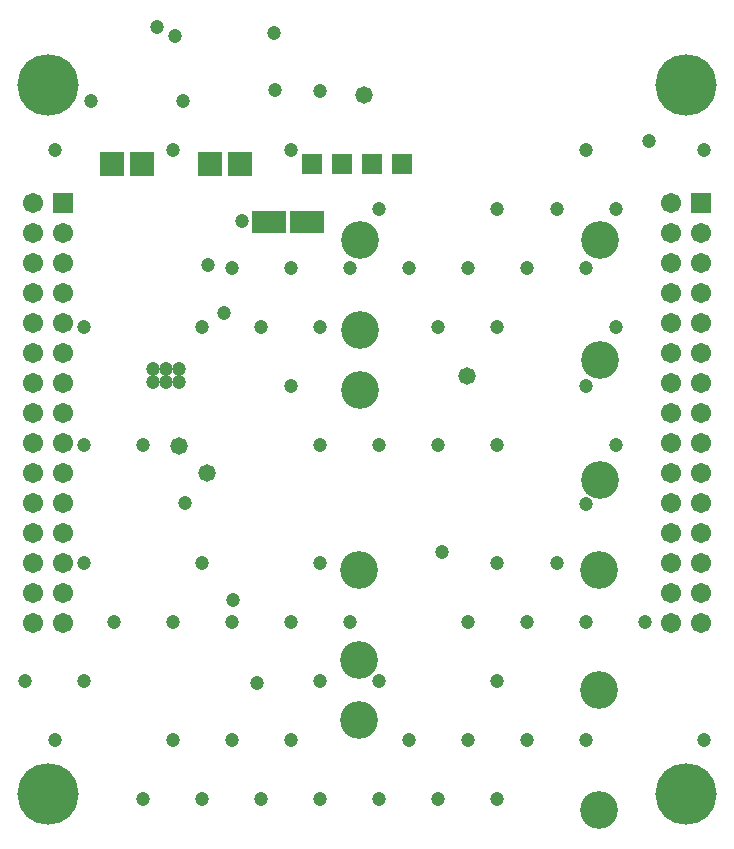
<source format=gbr>
G04 Layer_Color=8388736*
%FSLAX26Y26*%
%MOIN*%
%TF.FileFunction,Soldermask,Top*%
%TF.Part,Single*%
G01*
G75*
%TA.AperFunction,SMDPad,CuDef*%
%ADD60R,0.118236X0.074929*%
%TA.AperFunction,ComponentPad*%
%ADD61C,0.067055*%
%ADD62R,0.067055X0.067055*%
%ADD63C,0.126110*%
%ADD64R,0.078866X0.078866*%
%ADD65R,0.068000X0.068000*%
%TA.AperFunction,ViaPad*%
%ADD66C,0.204850*%
%ADD67C,0.047370*%
%ADD68C,0.058000*%
D60*
X863960Y1908000D02*
D03*
X736008D02*
D03*
D61*
X2075984Y568504D02*
D03*
X2175984D02*
D03*
X2075984Y668504D02*
D03*
X2175984D02*
D03*
X2075984Y768504D02*
D03*
X2175984D02*
D03*
X2075984Y868504D02*
D03*
X2175984D02*
D03*
X2075984Y968504D02*
D03*
X2175984D02*
D03*
X2075984Y1068504D02*
D03*
X2175984D02*
D03*
X2075984Y1168504D02*
D03*
X2175984D02*
D03*
X2075984Y1268504D02*
D03*
X2175984D02*
D03*
X2075984Y1368504D02*
D03*
X2175984D02*
D03*
X2075984Y1468504D02*
D03*
X2175984D02*
D03*
X2075984Y1568504D02*
D03*
X2175984D02*
D03*
X2075984Y1668504D02*
D03*
X2175984D02*
D03*
X2075984Y1768504D02*
D03*
X2175984D02*
D03*
X2075984Y1868504D02*
D03*
X2175984D02*
D03*
X2075984Y1968504D02*
D03*
X-50000Y568504D02*
D03*
X50000D02*
D03*
X-50000Y668504D02*
D03*
X50000D02*
D03*
X-50000Y768504D02*
D03*
X50000D02*
D03*
X-50000Y868504D02*
D03*
X50000D02*
D03*
X-50000Y968504D02*
D03*
X50000D02*
D03*
X-50000Y1068504D02*
D03*
X50000D02*
D03*
X-50000Y1168504D02*
D03*
X50000D02*
D03*
X-50000Y1268504D02*
D03*
X50000D02*
D03*
X-50000Y1368504D02*
D03*
X50000D02*
D03*
X-50000Y1468504D02*
D03*
X50000D02*
D03*
X-50000Y1568504D02*
D03*
X50000D02*
D03*
X-50000Y1668504D02*
D03*
X50000D02*
D03*
X-50000Y1768504D02*
D03*
X50000D02*
D03*
X-50000Y1868504D02*
D03*
X50000D02*
D03*
X-50000Y1968504D02*
D03*
D62*
X2175984D02*
D03*
X50000D02*
D03*
D63*
X1840000Y1447000D02*
D03*
X1040000Y1847000D02*
D03*
Y1547000D02*
D03*
Y1347000D02*
D03*
X1840000Y1847000D02*
D03*
Y1047000D02*
D03*
X1835000Y-53000D02*
D03*
Y747000D02*
D03*
X1035000Y247000D02*
D03*
Y447000D02*
D03*
Y747000D02*
D03*
X1835000Y347000D02*
D03*
D64*
X538976Y2100000D02*
D03*
X638976D02*
D03*
X313976D02*
D03*
X213976D02*
D03*
D65*
X1178976Y2100000D02*
D03*
X1078976D02*
D03*
X978976D02*
D03*
X878976D02*
D03*
D66*
X2125985Y2362204D02*
D03*
X0D02*
D03*
X2125984Y0D02*
D03*
X0D02*
D03*
D67*
X350000Y1415000D02*
D03*
Y1371692D02*
D03*
X393308Y1415000D02*
D03*
Y1371692D02*
D03*
X436614Y1415000D02*
D03*
Y1371692D02*
D03*
X2186473Y2147788D02*
D03*
Y179284D02*
D03*
X1891198Y1950937D02*
D03*
Y1557236D02*
D03*
Y1163536D02*
D03*
X1989623Y572984D02*
D03*
X1792772Y2147788D02*
D03*
X1694347Y1950937D02*
D03*
X1792772Y1754087D02*
D03*
Y1360386D02*
D03*
Y966685D02*
D03*
X1694347Y769835D02*
D03*
X1792772Y572984D02*
D03*
Y179284D02*
D03*
X1497497Y1950937D02*
D03*
X1595922Y1754087D02*
D03*
X1497497Y1557236D02*
D03*
Y1163536D02*
D03*
Y769835D02*
D03*
X1595922Y572984D02*
D03*
X1497497Y376134D02*
D03*
X1595922Y179284D02*
D03*
X1497497Y-17567D02*
D03*
X1399072Y1754087D02*
D03*
X1300646Y1557236D02*
D03*
Y1163536D02*
D03*
X1399072Y572984D02*
D03*
Y179284D02*
D03*
X1300646Y-17567D02*
D03*
X1103796Y1950937D02*
D03*
X1202221Y1754087D02*
D03*
X1103796Y1163536D02*
D03*
Y376134D02*
D03*
X1202221Y179284D02*
D03*
X1103796Y-17567D02*
D03*
X906946Y2344638D02*
D03*
X1005371Y1754087D02*
D03*
X906946Y1557236D02*
D03*
Y1163536D02*
D03*
Y769835D02*
D03*
X1005371Y572984D02*
D03*
X906946Y376134D02*
D03*
Y-17567D02*
D03*
X808520Y2147788D02*
D03*
Y1754087D02*
D03*
X710095Y1557236D02*
D03*
X808520Y1360386D02*
D03*
Y572984D02*
D03*
Y179284D02*
D03*
X710095Y-17567D02*
D03*
X611670Y1754087D02*
D03*
X513245Y1557236D02*
D03*
Y769835D02*
D03*
X611670Y572984D02*
D03*
Y179284D02*
D03*
X513245Y-17567D02*
D03*
X414820Y2147788D02*
D03*
X316394Y1163536D02*
D03*
X414820Y572984D02*
D03*
Y179284D02*
D03*
X316394Y-17567D02*
D03*
X119544Y1557236D02*
D03*
Y1163536D02*
D03*
Y769835D02*
D03*
X217969Y572984D02*
D03*
X119544Y376134D02*
D03*
X21119Y2147788D02*
D03*
X-77306Y376134D02*
D03*
X21119Y179284D02*
D03*
X450000Y2310000D02*
D03*
X141560Y2310574D02*
D03*
X587440Y1603348D02*
D03*
X532440Y1763348D02*
D03*
X645000Y1910000D02*
D03*
X754000Y2535000D02*
D03*
X755985Y2345000D02*
D03*
X360985Y2555000D02*
D03*
X695985Y370000D02*
D03*
X1310985Y805000D02*
D03*
X2000985Y2175000D02*
D03*
X615985Y645000D02*
D03*
X421000Y2526000D02*
D03*
X455985Y970000D02*
D03*
D68*
X437357Y1160000D02*
D03*
X528662Y1069362D02*
D03*
X1395985Y1393346D02*
D03*
X1050985Y2330000D02*
D03*
%TF.MD5,9cf85f7fd86ed53790f355a8e3f8f882*%
M02*

</source>
